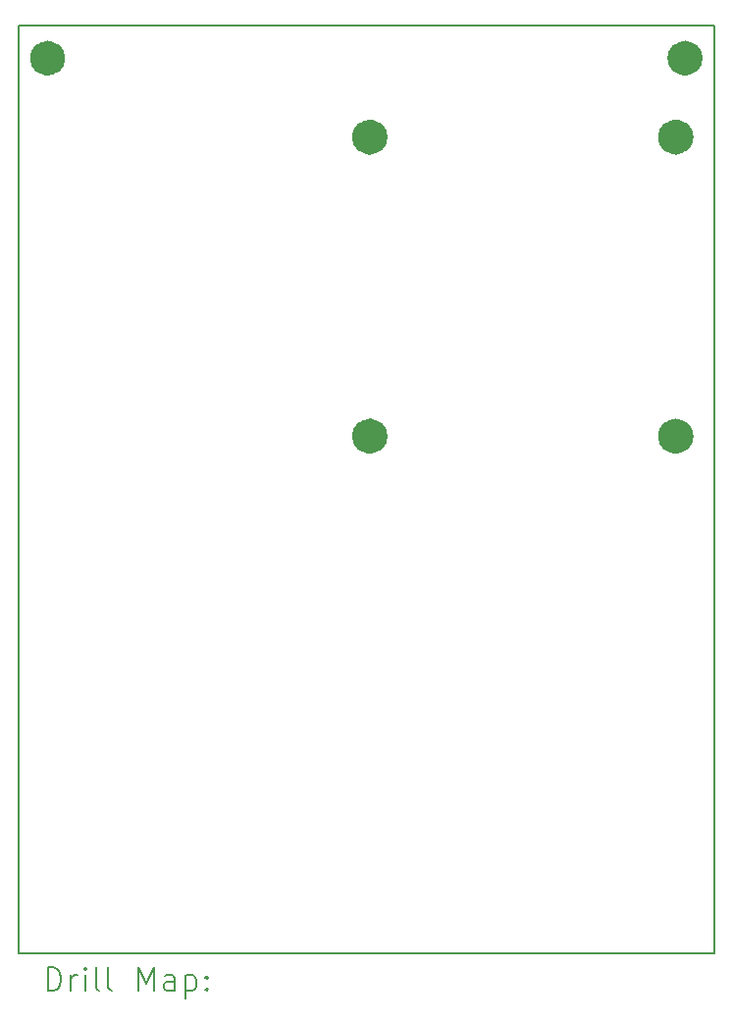
<source format=gbr>
%TF.GenerationSoftware,KiCad,Pcbnew,8.0.4*%
%TF.CreationDate,2024-08-08T12:01:29+02:00*%
%TF.ProjectId,LED-board-PWM,4c45442d-626f-4617-9264-2d50574d2e6b,rev?*%
%TF.SameCoordinates,Original*%
%TF.FileFunction,Drillmap*%
%TF.FilePolarity,Positive*%
%FSLAX45Y45*%
G04 Gerber Fmt 4.5, Leading zero omitted, Abs format (unit mm)*
G04 Created by KiCad (PCBNEW 8.0.4) date 2024-08-08 12:01:29*
%MOMM*%
%LPD*%
G01*
G04 APERTURE LIST*
%ADD10C,1.525000*%
%ADD11C,0.200000*%
%ADD12C,1.550000*%
G04 APERTURE END LIST*
D10*
X10326250Y-4750000D02*
G75*
G02*
X10173750Y-4750000I-76250J0D01*
G01*
X10173750Y-4750000D02*
G75*
G02*
X10326250Y-4750000I76250J0D01*
G01*
X15826250Y-4750000D02*
G75*
G02*
X15673750Y-4750000I-76250J0D01*
G01*
X15673750Y-4750000D02*
G75*
G02*
X15826250Y-4750000I76250J0D01*
G01*
D11*
X10000000Y-4470000D02*
X16000000Y-4470000D01*
X16000000Y-12470000D01*
X10000000Y-12470000D01*
X10000000Y-4470000D01*
D12*
X13107500Y-5430000D02*
G75*
G02*
X12952500Y-5430000I-77500J0D01*
G01*
X12952500Y-5430000D02*
G75*
G02*
X13107500Y-5430000I77500J0D01*
G01*
X13107500Y-8010000D02*
G75*
G02*
X12952500Y-8010000I-77500J0D01*
G01*
X12952500Y-8010000D02*
G75*
G02*
X13107500Y-8010000I77500J0D01*
G01*
X15747500Y-5430000D02*
G75*
G02*
X15592500Y-5430000I-77500J0D01*
G01*
X15592500Y-5430000D02*
G75*
G02*
X15747500Y-5430000I77500J0D01*
G01*
X15747500Y-8010000D02*
G75*
G02*
X15592500Y-8010000I-77500J0D01*
G01*
X15592500Y-8010000D02*
G75*
G02*
X15747500Y-8010000I77500J0D01*
G01*
D11*
X10250777Y-12791484D02*
X10250777Y-12591484D01*
X10250777Y-12591484D02*
X10298396Y-12591484D01*
X10298396Y-12591484D02*
X10326967Y-12601008D01*
X10326967Y-12601008D02*
X10346015Y-12620055D01*
X10346015Y-12620055D02*
X10355539Y-12639103D01*
X10355539Y-12639103D02*
X10365063Y-12677198D01*
X10365063Y-12677198D02*
X10365063Y-12705769D01*
X10365063Y-12705769D02*
X10355539Y-12743865D01*
X10355539Y-12743865D02*
X10346015Y-12762912D01*
X10346015Y-12762912D02*
X10326967Y-12781960D01*
X10326967Y-12781960D02*
X10298396Y-12791484D01*
X10298396Y-12791484D02*
X10250777Y-12791484D01*
X10450777Y-12791484D02*
X10450777Y-12658150D01*
X10450777Y-12696246D02*
X10460301Y-12677198D01*
X10460301Y-12677198D02*
X10469824Y-12667674D01*
X10469824Y-12667674D02*
X10488872Y-12658150D01*
X10488872Y-12658150D02*
X10507920Y-12658150D01*
X10574586Y-12791484D02*
X10574586Y-12658150D01*
X10574586Y-12591484D02*
X10565063Y-12601008D01*
X10565063Y-12601008D02*
X10574586Y-12610531D01*
X10574586Y-12610531D02*
X10584110Y-12601008D01*
X10584110Y-12601008D02*
X10574586Y-12591484D01*
X10574586Y-12591484D02*
X10574586Y-12610531D01*
X10698396Y-12791484D02*
X10679348Y-12781960D01*
X10679348Y-12781960D02*
X10669824Y-12762912D01*
X10669824Y-12762912D02*
X10669824Y-12591484D01*
X10803158Y-12791484D02*
X10784110Y-12781960D01*
X10784110Y-12781960D02*
X10774586Y-12762912D01*
X10774586Y-12762912D02*
X10774586Y-12591484D01*
X11031729Y-12791484D02*
X11031729Y-12591484D01*
X11031729Y-12591484D02*
X11098396Y-12734341D01*
X11098396Y-12734341D02*
X11165063Y-12591484D01*
X11165063Y-12591484D02*
X11165063Y-12791484D01*
X11346015Y-12791484D02*
X11346015Y-12686722D01*
X11346015Y-12686722D02*
X11336491Y-12667674D01*
X11336491Y-12667674D02*
X11317443Y-12658150D01*
X11317443Y-12658150D02*
X11279348Y-12658150D01*
X11279348Y-12658150D02*
X11260301Y-12667674D01*
X11346015Y-12781960D02*
X11326967Y-12791484D01*
X11326967Y-12791484D02*
X11279348Y-12791484D01*
X11279348Y-12791484D02*
X11260301Y-12781960D01*
X11260301Y-12781960D02*
X11250777Y-12762912D01*
X11250777Y-12762912D02*
X11250777Y-12743865D01*
X11250777Y-12743865D02*
X11260301Y-12724817D01*
X11260301Y-12724817D02*
X11279348Y-12715293D01*
X11279348Y-12715293D02*
X11326967Y-12715293D01*
X11326967Y-12715293D02*
X11346015Y-12705769D01*
X11441253Y-12658150D02*
X11441253Y-12858150D01*
X11441253Y-12667674D02*
X11460301Y-12658150D01*
X11460301Y-12658150D02*
X11498396Y-12658150D01*
X11498396Y-12658150D02*
X11517443Y-12667674D01*
X11517443Y-12667674D02*
X11526967Y-12677198D01*
X11526967Y-12677198D02*
X11536491Y-12696246D01*
X11536491Y-12696246D02*
X11536491Y-12753388D01*
X11536491Y-12753388D02*
X11526967Y-12772436D01*
X11526967Y-12772436D02*
X11517443Y-12781960D01*
X11517443Y-12781960D02*
X11498396Y-12791484D01*
X11498396Y-12791484D02*
X11460301Y-12791484D01*
X11460301Y-12791484D02*
X11441253Y-12781960D01*
X11622205Y-12772436D02*
X11631729Y-12781960D01*
X11631729Y-12781960D02*
X11622205Y-12791484D01*
X11622205Y-12791484D02*
X11612682Y-12781960D01*
X11612682Y-12781960D02*
X11622205Y-12772436D01*
X11622205Y-12772436D02*
X11622205Y-12791484D01*
X11622205Y-12667674D02*
X11631729Y-12677198D01*
X11631729Y-12677198D02*
X11622205Y-12686722D01*
X11622205Y-12686722D02*
X11612682Y-12677198D01*
X11612682Y-12677198D02*
X11622205Y-12667674D01*
X11622205Y-12667674D02*
X11622205Y-12686722D01*
M02*

</source>
